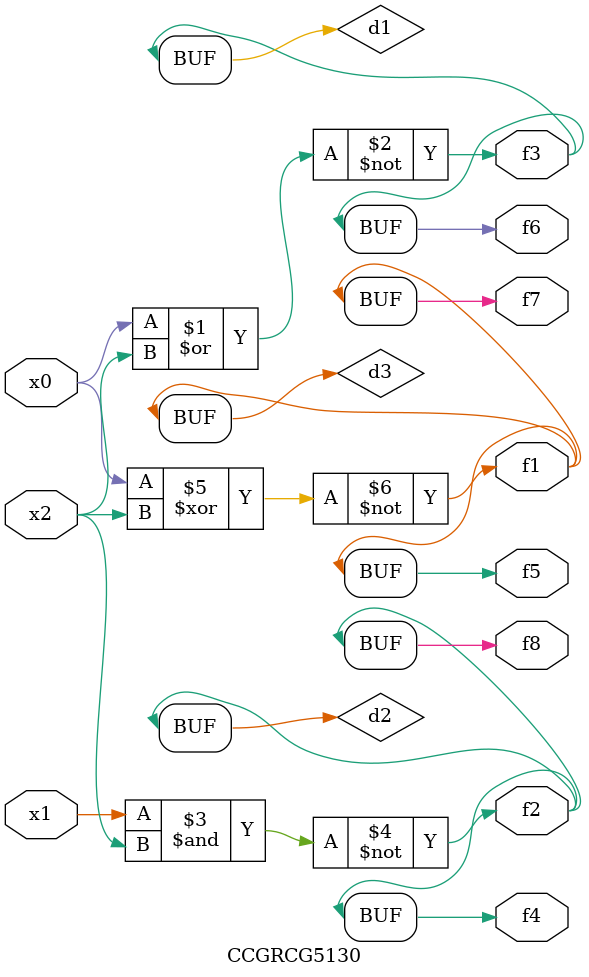
<source format=v>
module CCGRCG5130(
	input x0, x1, x2,
	output f1, f2, f3, f4, f5, f6, f7, f8
);

	wire d1, d2, d3;

	nor (d1, x0, x2);
	nand (d2, x1, x2);
	xnor (d3, x0, x2);
	assign f1 = d3;
	assign f2 = d2;
	assign f3 = d1;
	assign f4 = d2;
	assign f5 = d3;
	assign f6 = d1;
	assign f7 = d3;
	assign f8 = d2;
endmodule

</source>
